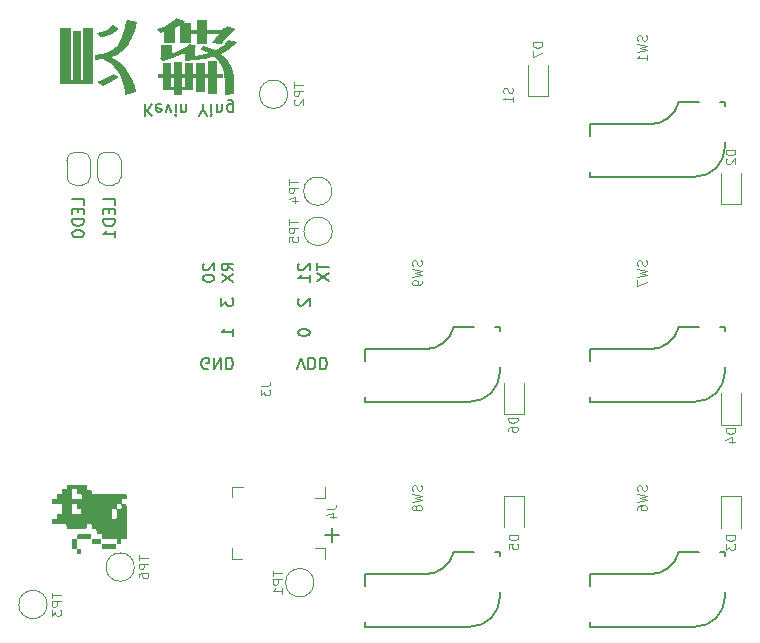
<source format=gbr>
%TF.GenerationSoftware,KiCad,Pcbnew,9.0.2*%
%TF.CreationDate,2025-08-07T13:19:16-06:00*%
%TF.ProjectId,macro devboard ESP32,6d616372-6f20-4646-9576-626f61726420,rev?*%
%TF.SameCoordinates,Original*%
%TF.FileFunction,Legend,Bot*%
%TF.FilePolarity,Positive*%
%FSLAX46Y46*%
G04 Gerber Fmt 4.6, Leading zero omitted, Abs format (unit mm)*
G04 Created by KiCad (PCBNEW 9.0.2) date 2025-08-07 13:19:16*
%MOMM*%
%LPD*%
G01*
G04 APERTURE LIST*
%ADD10C,0.600000*%
%ADD11C,0.200000*%
%ADD12C,0.120000*%
%ADD13C,0.150000*%
%ADD14C,0.000000*%
G04 APERTURE END LIST*
D10*
G36*
X198108389Y-46628897D02*
G01*
X198108389Y-46208799D01*
X198109634Y-46208649D01*
X198619467Y-46131863D01*
X198633511Y-46082709D01*
X198724492Y-46110797D01*
X198981551Y-46040599D01*
X199223872Y-45949726D01*
X199413299Y-45856005D01*
X199592696Y-45743064D01*
X199748083Y-45620931D01*
X199895121Y-45479033D01*
X200029701Y-45320961D01*
X200156477Y-45141069D01*
X200388565Y-44705230D01*
X200595866Y-44138887D01*
X200778131Y-43398761D01*
X200817348Y-43191789D01*
X201301876Y-43327036D01*
X201699370Y-43401838D01*
X201598183Y-43799940D01*
X201485477Y-44163150D01*
X201367451Y-44478438D01*
X201239207Y-44765044D01*
X201105999Y-45015594D01*
X200963512Y-45242173D01*
X200815023Y-45442180D01*
X200657833Y-45621687D01*
X200317447Y-45924408D01*
X199932475Y-46165647D01*
X199486045Y-46356057D01*
X199424553Y-46376716D01*
X199686762Y-46509032D01*
X199931218Y-46654422D01*
X200153889Y-46809507D01*
X200360266Y-46977052D01*
X200549369Y-47155637D01*
X200723146Y-47346412D01*
X201028094Y-47767456D01*
X201280129Y-48248307D01*
X201481125Y-48800309D01*
X201615411Y-49358921D01*
X200984688Y-49503159D01*
X200684541Y-49603775D01*
X200639663Y-49242412D01*
X200576691Y-48900136D01*
X200500622Y-48595562D01*
X200408016Y-48308215D01*
X200304624Y-48051613D01*
X200185910Y-47810791D01*
X200057465Y-47594772D01*
X199914548Y-47393504D01*
X199761630Y-47212167D01*
X199594702Y-47044974D01*
X199416183Y-46894040D01*
X199223709Y-46757070D01*
X198808450Y-46530894D01*
X198108389Y-46628897D01*
G37*
G36*
X199655362Y-43660736D02*
G01*
X200166441Y-43996875D01*
X199819387Y-44233714D01*
X199343120Y-44468090D01*
X198747623Y-44679851D01*
X198640533Y-44710675D01*
X198318438Y-44367819D01*
X198588788Y-44278870D01*
X198853062Y-44171285D01*
X199099892Y-44049642D01*
X199329400Y-43913409D01*
X199655362Y-43660736D01*
G37*
G36*
X197980467Y-43884829D02*
G01*
X197980467Y-48679926D01*
X195166789Y-48679926D01*
X195166789Y-43884829D01*
X196062855Y-43884829D01*
X196062855Y-48294633D01*
X196239626Y-48294633D01*
X196239626Y-44199902D01*
X196925338Y-44199902D01*
X196925338Y-48294633D01*
X197084706Y-48294633D01*
X197084706Y-43884829D01*
X197980467Y-43884829D01*
G37*
G36*
X199646509Y-47776838D02*
G01*
X200108738Y-48070846D01*
X199497181Y-48437983D01*
X198778531Y-48798689D01*
X198274474Y-48455833D01*
X198847769Y-48212925D01*
X199529375Y-47849445D01*
X199646509Y-47776838D01*
G37*
G36*
X208412262Y-47783860D02*
G01*
X208920898Y-47783860D01*
X208920898Y-48112672D01*
X208412262Y-48112672D01*
X208412262Y-49463640D01*
X207670069Y-49463640D01*
X207670069Y-48112672D01*
X207415751Y-48112672D01*
X207415751Y-49295724D01*
X206673558Y-49295724D01*
X206673558Y-48112672D01*
X206420462Y-48112672D01*
X206420462Y-49169633D01*
X205499361Y-49169633D01*
X205499361Y-49610797D01*
X204778234Y-49610797D01*
X204778234Y-49169633D01*
X203859881Y-49169633D01*
X203859881Y-48861887D01*
X204532159Y-48861887D01*
X204778234Y-48861887D01*
X205499361Y-48861887D01*
X205755205Y-48861887D01*
X205755205Y-48112672D01*
X205499361Y-48112672D01*
X205499361Y-48861887D01*
X204778234Y-48861887D01*
X204778234Y-48112672D01*
X204532159Y-48112672D01*
X204532159Y-48861887D01*
X203859881Y-48861887D01*
X203859881Y-48112672D01*
X203440088Y-48112672D01*
X203440088Y-47783860D01*
X203859881Y-47783860D01*
X203859881Y-46887794D01*
X204532159Y-46887794D01*
X204532159Y-47783860D01*
X204778234Y-47783860D01*
X204778234Y-46747660D01*
X205499361Y-46747660D01*
X205499361Y-47783860D01*
X205755205Y-47783860D01*
X205755205Y-46887794D01*
X206420462Y-46887794D01*
X206420462Y-47783860D01*
X206673558Y-47783860D01*
X206673558Y-46873750D01*
X207415751Y-46873750D01*
X207415751Y-47783860D01*
X207670069Y-47783860D01*
X207670069Y-46684767D01*
X208412262Y-46684767D01*
X208412262Y-47783860D01*
G37*
G36*
X209806302Y-45024127D02*
G01*
X210128679Y-45102684D01*
X209958168Y-45293245D01*
X209770225Y-45472582D01*
X209571013Y-45634908D01*
X209353568Y-45786089D01*
X209119874Y-45924203D01*
X208866518Y-46050808D01*
X208762751Y-46096753D01*
X208952676Y-46246107D01*
X209121751Y-46403397D01*
X209402047Y-46741259D01*
X209615049Y-47115842D01*
X209767639Y-47536879D01*
X209862301Y-48019316D01*
X209897447Y-48586355D01*
X209897564Y-48623750D01*
X209897564Y-49456618D01*
X209232382Y-49554577D01*
X209086067Y-49589731D01*
X209099806Y-48637794D01*
X209086358Y-48280791D01*
X209048284Y-47931479D01*
X208997149Y-47661798D01*
X208924718Y-47400449D01*
X208842262Y-47180759D01*
X208740007Y-46969587D01*
X208627908Y-46785070D01*
X208496601Y-46609285D01*
X208355374Y-46453573D01*
X208195191Y-46306802D01*
X207425581Y-46493923D01*
X206504378Y-46633335D01*
X205753068Y-46698811D01*
X205717958Y-46495785D01*
X205724980Y-46439914D01*
X205724980Y-45998750D01*
X204847320Y-46389620D01*
X203909035Y-46740943D01*
X203573506Y-46509829D01*
X203678531Y-46383738D01*
X203678531Y-45354865D01*
X204602379Y-45354865D01*
X204602379Y-46075687D01*
X205438619Y-45700554D01*
X205548820Y-45641851D01*
X205808198Y-45495807D01*
X206003519Y-45348910D01*
X206060814Y-45270907D01*
X206455799Y-45389804D01*
X206687602Y-45445846D01*
X206569976Y-45477947D01*
X206536782Y-45494694D01*
X206536782Y-46299780D01*
X206984736Y-46220059D01*
X207402065Y-46122169D01*
X207761355Y-46012794D01*
X207323481Y-45817566D01*
X206995654Y-45711765D01*
X207233790Y-45424780D01*
X207562619Y-45519149D01*
X207864479Y-45624811D01*
X208286172Y-45809767D01*
X208525983Y-45687411D01*
X208744956Y-45553298D01*
X208933552Y-45414889D01*
X209101429Y-45266764D01*
X209240922Y-45117511D01*
X209360218Y-44960341D01*
X209407857Y-44885919D01*
X209806302Y-45024127D01*
G37*
G36*
X205431722Y-43231265D02*
G01*
X205783293Y-43324902D01*
X205779653Y-43327901D01*
X205540272Y-43506863D01*
X206204612Y-43506863D01*
X206204612Y-44080833D01*
X206732177Y-44080833D01*
X206732177Y-43233921D01*
X207635265Y-43233921D01*
X207635265Y-44080833D01*
X208506906Y-44080833D01*
X208751248Y-44046444D01*
X209007680Y-43942527D01*
X209251562Y-43781158D01*
X209302833Y-43737978D01*
X209701421Y-43883611D01*
X210009610Y-43968787D01*
X209857535Y-44071801D01*
X209619435Y-44300682D01*
X208946201Y-45079519D01*
X208771910Y-45291667D01*
X208004987Y-45165882D01*
X208611625Y-44430711D01*
X207635265Y-44430711D01*
X207635265Y-45242819D01*
X206732177Y-45242819D01*
X206732177Y-44430711D01*
X206204612Y-44430711D01*
X206204612Y-45165882D01*
X205336634Y-45165882D01*
X205336634Y-43639975D01*
X204867688Y-43884829D01*
X204867688Y-45207709D01*
X203957578Y-45207709D01*
X203957578Y-44241728D01*
X203650816Y-44337243D01*
X203593961Y-44353775D01*
X203356130Y-43996875D01*
X203914142Y-43785040D01*
X204179048Y-43653461D01*
X204429288Y-43506680D01*
X204649337Y-43354716D01*
X204848742Y-43191728D01*
X204966301Y-43079743D01*
X205431722Y-43231265D01*
G37*
D11*
X207322513Y-63854136D02*
X207274894Y-63901755D01*
X207274894Y-63901755D02*
X207227275Y-63996993D01*
X207227275Y-63996993D02*
X207227275Y-64235088D01*
X207227275Y-64235088D02*
X207274894Y-64330326D01*
X207274894Y-64330326D02*
X207322513Y-64377945D01*
X207322513Y-64377945D02*
X207417751Y-64425564D01*
X207417751Y-64425564D02*
X207512989Y-64425564D01*
X207512989Y-64425564D02*
X207655846Y-64377945D01*
X207655846Y-64377945D02*
X208227275Y-63806517D01*
X208227275Y-63806517D02*
X208227275Y-64425564D01*
X207227275Y-65044612D02*
X207227275Y-65139850D01*
X207227275Y-65139850D02*
X207274894Y-65235088D01*
X207274894Y-65235088D02*
X207322513Y-65282707D01*
X207322513Y-65282707D02*
X207417751Y-65330326D01*
X207417751Y-65330326D02*
X207608227Y-65377945D01*
X207608227Y-65377945D02*
X207846322Y-65377945D01*
X207846322Y-65377945D02*
X208036798Y-65330326D01*
X208036798Y-65330326D02*
X208132036Y-65282707D01*
X208132036Y-65282707D02*
X208179656Y-65235088D01*
X208179656Y-65235088D02*
X208227275Y-65139850D01*
X208227275Y-65139850D02*
X208227275Y-65044612D01*
X208227275Y-65044612D02*
X208179656Y-64949374D01*
X208179656Y-64949374D02*
X208132036Y-64901755D01*
X208132036Y-64901755D02*
X208036798Y-64854136D01*
X208036798Y-64854136D02*
X207846322Y-64806517D01*
X207846322Y-64806517D02*
X207608227Y-64806517D01*
X207608227Y-64806517D02*
X207417751Y-64854136D01*
X207417751Y-64854136D02*
X207322513Y-64901755D01*
X207322513Y-64901755D02*
X207274894Y-64949374D01*
X207274894Y-64949374D02*
X207227275Y-65044612D01*
X209837219Y-64425564D02*
X209361028Y-64092231D01*
X209837219Y-63854136D02*
X208837219Y-63854136D01*
X208837219Y-63854136D02*
X208837219Y-64235088D01*
X208837219Y-64235088D02*
X208884838Y-64330326D01*
X208884838Y-64330326D02*
X208932457Y-64377945D01*
X208932457Y-64377945D02*
X209027695Y-64425564D01*
X209027695Y-64425564D02*
X209170552Y-64425564D01*
X209170552Y-64425564D02*
X209265790Y-64377945D01*
X209265790Y-64377945D02*
X209313409Y-64330326D01*
X209313409Y-64330326D02*
X209361028Y-64235088D01*
X209361028Y-64235088D02*
X209361028Y-63854136D01*
X208837219Y-64758898D02*
X209837219Y-65425564D01*
X208837219Y-65425564D02*
X209837219Y-64758898D01*
X217608720Y-86834600D02*
X218751578Y-86834600D01*
X218180149Y-87406028D02*
X218180149Y-86263171D01*
X215186517Y-72812780D02*
X215519850Y-71812780D01*
X215519850Y-71812780D02*
X215853183Y-72812780D01*
X216186517Y-71812780D02*
X216186517Y-72812780D01*
X216186517Y-72812780D02*
X216424612Y-72812780D01*
X216424612Y-72812780D02*
X216567469Y-72765161D01*
X216567469Y-72765161D02*
X216662707Y-72669923D01*
X216662707Y-72669923D02*
X216710326Y-72574685D01*
X216710326Y-72574685D02*
X216757945Y-72384209D01*
X216757945Y-72384209D02*
X216757945Y-72241352D01*
X216757945Y-72241352D02*
X216710326Y-72050876D01*
X216710326Y-72050876D02*
X216662707Y-71955638D01*
X216662707Y-71955638D02*
X216567469Y-71860400D01*
X216567469Y-71860400D02*
X216424612Y-71812780D01*
X216424612Y-71812780D02*
X216186517Y-71812780D01*
X217186517Y-71812780D02*
X217186517Y-72812780D01*
X217186517Y-72812780D02*
X217424612Y-72812780D01*
X217424612Y-72812780D02*
X217567469Y-72765161D01*
X217567469Y-72765161D02*
X217662707Y-72669923D01*
X217662707Y-72669923D02*
X217710326Y-72574685D01*
X217710326Y-72574685D02*
X217757945Y-72384209D01*
X217757945Y-72384209D02*
X217757945Y-72241352D01*
X217757945Y-72241352D02*
X217710326Y-72050876D01*
X217710326Y-72050876D02*
X217662707Y-71955638D01*
X217662707Y-71955638D02*
X217567469Y-71860400D01*
X217567469Y-71860400D02*
X217424612Y-71812780D01*
X217424612Y-71812780D02*
X217186517Y-71812780D01*
X202331755Y-50322780D02*
X202331755Y-51322780D01*
X202903183Y-50322780D02*
X202474612Y-50894209D01*
X202903183Y-51322780D02*
X202331755Y-50751352D01*
X203712707Y-50370400D02*
X203617469Y-50322780D01*
X203617469Y-50322780D02*
X203426993Y-50322780D01*
X203426993Y-50322780D02*
X203331755Y-50370400D01*
X203331755Y-50370400D02*
X203284136Y-50465638D01*
X203284136Y-50465638D02*
X203284136Y-50846590D01*
X203284136Y-50846590D02*
X203331755Y-50941828D01*
X203331755Y-50941828D02*
X203426993Y-50989447D01*
X203426993Y-50989447D02*
X203617469Y-50989447D01*
X203617469Y-50989447D02*
X203712707Y-50941828D01*
X203712707Y-50941828D02*
X203760326Y-50846590D01*
X203760326Y-50846590D02*
X203760326Y-50751352D01*
X203760326Y-50751352D02*
X203284136Y-50656114D01*
X204093660Y-50989447D02*
X204331755Y-50322780D01*
X204331755Y-50322780D02*
X204569850Y-50989447D01*
X204950803Y-50322780D02*
X204950803Y-50989447D01*
X204950803Y-51322780D02*
X204903184Y-51275161D01*
X204903184Y-51275161D02*
X204950803Y-51227542D01*
X204950803Y-51227542D02*
X204998422Y-51275161D01*
X204998422Y-51275161D02*
X204950803Y-51322780D01*
X204950803Y-51322780D02*
X204950803Y-51227542D01*
X205426993Y-50989447D02*
X205426993Y-50322780D01*
X205426993Y-50894209D02*
X205474612Y-50941828D01*
X205474612Y-50941828D02*
X205569850Y-50989447D01*
X205569850Y-50989447D02*
X205712707Y-50989447D01*
X205712707Y-50989447D02*
X205807945Y-50941828D01*
X205807945Y-50941828D02*
X205855564Y-50846590D01*
X205855564Y-50846590D02*
X205855564Y-50322780D01*
X207284136Y-50798971D02*
X207284136Y-50322780D01*
X206950803Y-51322780D02*
X207284136Y-50798971D01*
X207284136Y-50798971D02*
X207617469Y-51322780D01*
X207950803Y-50322780D02*
X207950803Y-50989447D01*
X207950803Y-51322780D02*
X207903184Y-51275161D01*
X207903184Y-51275161D02*
X207950803Y-51227542D01*
X207950803Y-51227542D02*
X207998422Y-51275161D01*
X207998422Y-51275161D02*
X207950803Y-51322780D01*
X207950803Y-51322780D02*
X207950803Y-51227542D01*
X208426993Y-50989447D02*
X208426993Y-50322780D01*
X208426993Y-50894209D02*
X208474612Y-50941828D01*
X208474612Y-50941828D02*
X208569850Y-50989447D01*
X208569850Y-50989447D02*
X208712707Y-50989447D01*
X208712707Y-50989447D02*
X208807945Y-50941828D01*
X208807945Y-50941828D02*
X208855564Y-50846590D01*
X208855564Y-50846590D02*
X208855564Y-50322780D01*
X209760326Y-50989447D02*
X209760326Y-50179923D01*
X209760326Y-50179923D02*
X209712707Y-50084685D01*
X209712707Y-50084685D02*
X209665088Y-50037066D01*
X209665088Y-50037066D02*
X209569850Y-49989447D01*
X209569850Y-49989447D02*
X209426993Y-49989447D01*
X209426993Y-49989447D02*
X209331755Y-50037066D01*
X209760326Y-50370400D02*
X209665088Y-50322780D01*
X209665088Y-50322780D02*
X209474612Y-50322780D01*
X209474612Y-50322780D02*
X209379374Y-50370400D01*
X209379374Y-50370400D02*
X209331755Y-50418019D01*
X209331755Y-50418019D02*
X209284136Y-50513257D01*
X209284136Y-50513257D02*
X209284136Y-50798971D01*
X209284136Y-50798971D02*
X209331755Y-50894209D01*
X209331755Y-50894209D02*
X209379374Y-50941828D01*
X209379374Y-50941828D02*
X209474612Y-50989447D01*
X209474612Y-50989447D02*
X209665088Y-50989447D01*
X209665088Y-50989447D02*
X209760326Y-50941828D01*
X215382457Y-66836517D02*
X215334838Y-66884136D01*
X215334838Y-66884136D02*
X215287219Y-66979374D01*
X215287219Y-66979374D02*
X215287219Y-67217469D01*
X215287219Y-67217469D02*
X215334838Y-67312707D01*
X215334838Y-67312707D02*
X215382457Y-67360326D01*
X215382457Y-67360326D02*
X215477695Y-67407945D01*
X215477695Y-67407945D02*
X215572933Y-67407945D01*
X215572933Y-67407945D02*
X215715790Y-67360326D01*
X215715790Y-67360326D02*
X216287219Y-66788898D01*
X216287219Y-66788898D02*
X216287219Y-67407945D01*
X216907219Y-63819374D02*
X216907219Y-64390802D01*
X217907219Y-64105088D02*
X216907219Y-64105088D01*
X216907219Y-64628898D02*
X217907219Y-65295564D01*
X216907219Y-65295564D02*
X217907219Y-64628898D01*
X215297219Y-69654612D02*
X215297219Y-69749850D01*
X215297219Y-69749850D02*
X215344838Y-69845088D01*
X215344838Y-69845088D02*
X215392457Y-69892707D01*
X215392457Y-69892707D02*
X215487695Y-69940326D01*
X215487695Y-69940326D02*
X215678171Y-69987945D01*
X215678171Y-69987945D02*
X215916266Y-69987945D01*
X215916266Y-69987945D02*
X216106742Y-69940326D01*
X216106742Y-69940326D02*
X216201980Y-69892707D01*
X216201980Y-69892707D02*
X216249600Y-69845088D01*
X216249600Y-69845088D02*
X216297219Y-69749850D01*
X216297219Y-69749850D02*
X216297219Y-69654612D01*
X216297219Y-69654612D02*
X216249600Y-69559374D01*
X216249600Y-69559374D02*
X216201980Y-69511755D01*
X216201980Y-69511755D02*
X216106742Y-69464136D01*
X216106742Y-69464136D02*
X215916266Y-69416517D01*
X215916266Y-69416517D02*
X215678171Y-69416517D01*
X215678171Y-69416517D02*
X215487695Y-69464136D01*
X215487695Y-69464136D02*
X215392457Y-69511755D01*
X215392457Y-69511755D02*
X215344838Y-69559374D01*
X215344838Y-69559374D02*
X215297219Y-69654612D01*
X215382457Y-63864136D02*
X215334838Y-63911755D01*
X215334838Y-63911755D02*
X215287219Y-64006993D01*
X215287219Y-64006993D02*
X215287219Y-64245088D01*
X215287219Y-64245088D02*
X215334838Y-64340326D01*
X215334838Y-64340326D02*
X215382457Y-64387945D01*
X215382457Y-64387945D02*
X215477695Y-64435564D01*
X215477695Y-64435564D02*
X215572933Y-64435564D01*
X215572933Y-64435564D02*
X215715790Y-64387945D01*
X215715790Y-64387945D02*
X216287219Y-63816517D01*
X216287219Y-63816517D02*
X216287219Y-64435564D01*
X216287219Y-65387945D02*
X216287219Y-64816517D01*
X216287219Y-65102231D02*
X215287219Y-65102231D01*
X215287219Y-65102231D02*
X215430076Y-65006993D01*
X215430076Y-65006993D02*
X215525314Y-64911755D01*
X215525314Y-64911755D02*
X215572933Y-64816517D01*
X209837219Y-69967945D02*
X209837219Y-69396517D01*
X209837219Y-69682231D02*
X208837219Y-69682231D01*
X208837219Y-69682231D02*
X208980076Y-69586993D01*
X208980076Y-69586993D02*
X209075314Y-69491755D01*
X209075314Y-69491755D02*
X209122933Y-69396517D01*
X207692707Y-72765161D02*
X207597469Y-72812780D01*
X207597469Y-72812780D02*
X207454612Y-72812780D01*
X207454612Y-72812780D02*
X207311755Y-72765161D01*
X207311755Y-72765161D02*
X207216517Y-72669923D01*
X207216517Y-72669923D02*
X207168898Y-72574685D01*
X207168898Y-72574685D02*
X207121279Y-72384209D01*
X207121279Y-72384209D02*
X207121279Y-72241352D01*
X207121279Y-72241352D02*
X207168898Y-72050876D01*
X207168898Y-72050876D02*
X207216517Y-71955638D01*
X207216517Y-71955638D02*
X207311755Y-71860400D01*
X207311755Y-71860400D02*
X207454612Y-71812780D01*
X207454612Y-71812780D02*
X207549850Y-71812780D01*
X207549850Y-71812780D02*
X207692707Y-71860400D01*
X207692707Y-71860400D02*
X207740326Y-71908019D01*
X207740326Y-71908019D02*
X207740326Y-72241352D01*
X207740326Y-72241352D02*
X207549850Y-72241352D01*
X208168898Y-71812780D02*
X208168898Y-72812780D01*
X208168898Y-72812780D02*
X208740326Y-71812780D01*
X208740326Y-71812780D02*
X208740326Y-72812780D01*
X209216517Y-71812780D02*
X209216517Y-72812780D01*
X209216517Y-72812780D02*
X209454612Y-72812780D01*
X209454612Y-72812780D02*
X209597469Y-72765161D01*
X209597469Y-72765161D02*
X209692707Y-72669923D01*
X209692707Y-72669923D02*
X209740326Y-72574685D01*
X209740326Y-72574685D02*
X209787945Y-72384209D01*
X209787945Y-72384209D02*
X209787945Y-72241352D01*
X209787945Y-72241352D02*
X209740326Y-72050876D01*
X209740326Y-72050876D02*
X209692707Y-71955638D01*
X209692707Y-71955638D02*
X209597469Y-71860400D01*
X209597469Y-71860400D02*
X209454612Y-71812780D01*
X209454612Y-71812780D02*
X209216517Y-71812780D01*
X208817219Y-66808898D02*
X208817219Y-67427945D01*
X208817219Y-67427945D02*
X209198171Y-67094612D01*
X209198171Y-67094612D02*
X209198171Y-67237469D01*
X209198171Y-67237469D02*
X209245790Y-67332707D01*
X209245790Y-67332707D02*
X209293409Y-67380326D01*
X209293409Y-67380326D02*
X209388647Y-67427945D01*
X209388647Y-67427945D02*
X209626742Y-67427945D01*
X209626742Y-67427945D02*
X209721980Y-67380326D01*
X209721980Y-67380326D02*
X209769600Y-67332707D01*
X209769600Y-67332707D02*
X209817219Y-67237469D01*
X209817219Y-67237469D02*
X209817219Y-66951755D01*
X209817219Y-66951755D02*
X209769600Y-66856517D01*
X209769600Y-66856517D02*
X209721980Y-66808898D01*
D12*
X244775760Y-82623332D02*
X244813855Y-82737618D01*
X244813855Y-82737618D02*
X244813855Y-82928094D01*
X244813855Y-82928094D02*
X244775760Y-83004285D01*
X244775760Y-83004285D02*
X244737664Y-83042380D01*
X244737664Y-83042380D02*
X244661474Y-83080475D01*
X244661474Y-83080475D02*
X244585283Y-83080475D01*
X244585283Y-83080475D02*
X244509093Y-83042380D01*
X244509093Y-83042380D02*
X244470998Y-83004285D01*
X244470998Y-83004285D02*
X244432902Y-82928094D01*
X244432902Y-82928094D02*
X244394807Y-82775713D01*
X244394807Y-82775713D02*
X244356712Y-82699523D01*
X244356712Y-82699523D02*
X244318617Y-82661428D01*
X244318617Y-82661428D02*
X244242426Y-82623332D01*
X244242426Y-82623332D02*
X244166236Y-82623332D01*
X244166236Y-82623332D02*
X244090045Y-82661428D01*
X244090045Y-82661428D02*
X244051950Y-82699523D01*
X244051950Y-82699523D02*
X244013855Y-82775713D01*
X244013855Y-82775713D02*
X244013855Y-82966190D01*
X244013855Y-82966190D02*
X244051950Y-83080475D01*
X244013855Y-83347142D02*
X244813855Y-83537618D01*
X244813855Y-83537618D02*
X244242426Y-83689999D01*
X244242426Y-83689999D02*
X244813855Y-83842380D01*
X244813855Y-83842380D02*
X244013855Y-84032857D01*
X244013855Y-84680476D02*
X244013855Y-84528095D01*
X244013855Y-84528095D02*
X244051950Y-84451904D01*
X244051950Y-84451904D02*
X244090045Y-84413809D01*
X244090045Y-84413809D02*
X244204331Y-84337619D01*
X244204331Y-84337619D02*
X244356712Y-84299523D01*
X244356712Y-84299523D02*
X244661474Y-84299523D01*
X244661474Y-84299523D02*
X244737664Y-84337619D01*
X244737664Y-84337619D02*
X244775760Y-84375714D01*
X244775760Y-84375714D02*
X244813855Y-84451904D01*
X244813855Y-84451904D02*
X244813855Y-84604285D01*
X244813855Y-84604285D02*
X244775760Y-84680476D01*
X244775760Y-84680476D02*
X244737664Y-84718571D01*
X244737664Y-84718571D02*
X244661474Y-84756666D01*
X244661474Y-84756666D02*
X244470998Y-84756666D01*
X244470998Y-84756666D02*
X244394807Y-84718571D01*
X244394807Y-84718571D02*
X244356712Y-84680476D01*
X244356712Y-84680476D02*
X244318617Y-84604285D01*
X244318617Y-84604285D02*
X244318617Y-84451904D01*
X244318617Y-84451904D02*
X244356712Y-84375714D01*
X244356712Y-84375714D02*
X244394807Y-84337619D01*
X244394807Y-84337619D02*
X244470998Y-84299523D01*
X233435760Y-48970475D02*
X233473855Y-49084761D01*
X233473855Y-49084761D02*
X233473855Y-49275237D01*
X233473855Y-49275237D02*
X233435760Y-49351428D01*
X233435760Y-49351428D02*
X233397664Y-49389523D01*
X233397664Y-49389523D02*
X233321474Y-49427618D01*
X233321474Y-49427618D02*
X233245283Y-49427618D01*
X233245283Y-49427618D02*
X233169093Y-49389523D01*
X233169093Y-49389523D02*
X233130998Y-49351428D01*
X233130998Y-49351428D02*
X233092902Y-49275237D01*
X233092902Y-49275237D02*
X233054807Y-49122856D01*
X233054807Y-49122856D02*
X233016712Y-49046666D01*
X233016712Y-49046666D02*
X232978617Y-49008571D01*
X232978617Y-49008571D02*
X232902426Y-48970475D01*
X232902426Y-48970475D02*
X232826236Y-48970475D01*
X232826236Y-48970475D02*
X232750045Y-49008571D01*
X232750045Y-49008571D02*
X232711950Y-49046666D01*
X232711950Y-49046666D02*
X232673855Y-49122856D01*
X232673855Y-49122856D02*
X232673855Y-49313333D01*
X232673855Y-49313333D02*
X232711950Y-49427618D01*
X233473855Y-50189523D02*
X233473855Y-49732380D01*
X233473855Y-49960952D02*
X232673855Y-49960952D01*
X232673855Y-49960952D02*
X232788140Y-49884761D01*
X232788140Y-49884761D02*
X232864331Y-49808571D01*
X232864331Y-49808571D02*
X232902426Y-49732380D01*
X225725760Y-63573332D02*
X225763855Y-63687618D01*
X225763855Y-63687618D02*
X225763855Y-63878094D01*
X225763855Y-63878094D02*
X225725760Y-63954285D01*
X225725760Y-63954285D02*
X225687664Y-63992380D01*
X225687664Y-63992380D02*
X225611474Y-64030475D01*
X225611474Y-64030475D02*
X225535283Y-64030475D01*
X225535283Y-64030475D02*
X225459093Y-63992380D01*
X225459093Y-63992380D02*
X225420998Y-63954285D01*
X225420998Y-63954285D02*
X225382902Y-63878094D01*
X225382902Y-63878094D02*
X225344807Y-63725713D01*
X225344807Y-63725713D02*
X225306712Y-63649523D01*
X225306712Y-63649523D02*
X225268617Y-63611428D01*
X225268617Y-63611428D02*
X225192426Y-63573332D01*
X225192426Y-63573332D02*
X225116236Y-63573332D01*
X225116236Y-63573332D02*
X225040045Y-63611428D01*
X225040045Y-63611428D02*
X225001950Y-63649523D01*
X225001950Y-63649523D02*
X224963855Y-63725713D01*
X224963855Y-63725713D02*
X224963855Y-63916190D01*
X224963855Y-63916190D02*
X225001950Y-64030475D01*
X224963855Y-64297142D02*
X225763855Y-64487618D01*
X225763855Y-64487618D02*
X225192426Y-64639999D01*
X225192426Y-64639999D02*
X225763855Y-64792380D01*
X225763855Y-64792380D02*
X224963855Y-64982857D01*
X225763855Y-65325714D02*
X225763855Y-65478095D01*
X225763855Y-65478095D02*
X225725760Y-65554285D01*
X225725760Y-65554285D02*
X225687664Y-65592381D01*
X225687664Y-65592381D02*
X225573379Y-65668571D01*
X225573379Y-65668571D02*
X225420998Y-65706666D01*
X225420998Y-65706666D02*
X225116236Y-65706666D01*
X225116236Y-65706666D02*
X225040045Y-65668571D01*
X225040045Y-65668571D02*
X225001950Y-65630476D01*
X225001950Y-65630476D02*
X224963855Y-65554285D01*
X224963855Y-65554285D02*
X224963855Y-65401904D01*
X224963855Y-65401904D02*
X225001950Y-65325714D01*
X225001950Y-65325714D02*
X225040045Y-65287619D01*
X225040045Y-65287619D02*
X225116236Y-65249523D01*
X225116236Y-65249523D02*
X225306712Y-65249523D01*
X225306712Y-65249523D02*
X225382902Y-65287619D01*
X225382902Y-65287619D02*
X225420998Y-65325714D01*
X225420998Y-65325714D02*
X225459093Y-65401904D01*
X225459093Y-65401904D02*
X225459093Y-65554285D01*
X225459093Y-65554285D02*
X225420998Y-65630476D01*
X225420998Y-65630476D02*
X225382902Y-65668571D01*
X225382902Y-65668571D02*
X225306712Y-65706666D01*
X244775760Y-63573332D02*
X244813855Y-63687618D01*
X244813855Y-63687618D02*
X244813855Y-63878094D01*
X244813855Y-63878094D02*
X244775760Y-63954285D01*
X244775760Y-63954285D02*
X244737664Y-63992380D01*
X244737664Y-63992380D02*
X244661474Y-64030475D01*
X244661474Y-64030475D02*
X244585283Y-64030475D01*
X244585283Y-64030475D02*
X244509093Y-63992380D01*
X244509093Y-63992380D02*
X244470998Y-63954285D01*
X244470998Y-63954285D02*
X244432902Y-63878094D01*
X244432902Y-63878094D02*
X244394807Y-63725713D01*
X244394807Y-63725713D02*
X244356712Y-63649523D01*
X244356712Y-63649523D02*
X244318617Y-63611428D01*
X244318617Y-63611428D02*
X244242426Y-63573332D01*
X244242426Y-63573332D02*
X244166236Y-63573332D01*
X244166236Y-63573332D02*
X244090045Y-63611428D01*
X244090045Y-63611428D02*
X244051950Y-63649523D01*
X244051950Y-63649523D02*
X244013855Y-63725713D01*
X244013855Y-63725713D02*
X244013855Y-63916190D01*
X244013855Y-63916190D02*
X244051950Y-64030475D01*
X244013855Y-64297142D02*
X244813855Y-64487618D01*
X244813855Y-64487618D02*
X244242426Y-64639999D01*
X244242426Y-64639999D02*
X244813855Y-64792380D01*
X244813855Y-64792380D02*
X244013855Y-64982857D01*
X244013855Y-65211428D02*
X244013855Y-65744762D01*
X244013855Y-65744762D02*
X244813855Y-65401904D01*
X225725760Y-82623332D02*
X225763855Y-82737618D01*
X225763855Y-82737618D02*
X225763855Y-82928094D01*
X225763855Y-82928094D02*
X225725760Y-83004285D01*
X225725760Y-83004285D02*
X225687664Y-83042380D01*
X225687664Y-83042380D02*
X225611474Y-83080475D01*
X225611474Y-83080475D02*
X225535283Y-83080475D01*
X225535283Y-83080475D02*
X225459093Y-83042380D01*
X225459093Y-83042380D02*
X225420998Y-83004285D01*
X225420998Y-83004285D02*
X225382902Y-82928094D01*
X225382902Y-82928094D02*
X225344807Y-82775713D01*
X225344807Y-82775713D02*
X225306712Y-82699523D01*
X225306712Y-82699523D02*
X225268617Y-82661428D01*
X225268617Y-82661428D02*
X225192426Y-82623332D01*
X225192426Y-82623332D02*
X225116236Y-82623332D01*
X225116236Y-82623332D02*
X225040045Y-82661428D01*
X225040045Y-82661428D02*
X225001950Y-82699523D01*
X225001950Y-82699523D02*
X224963855Y-82775713D01*
X224963855Y-82775713D02*
X224963855Y-82966190D01*
X224963855Y-82966190D02*
X225001950Y-83080475D01*
X224963855Y-83347142D02*
X225763855Y-83537618D01*
X225763855Y-83537618D02*
X225192426Y-83689999D01*
X225192426Y-83689999D02*
X225763855Y-83842380D01*
X225763855Y-83842380D02*
X224963855Y-84032857D01*
X225306712Y-84451904D02*
X225268617Y-84375714D01*
X225268617Y-84375714D02*
X225230521Y-84337619D01*
X225230521Y-84337619D02*
X225154331Y-84299523D01*
X225154331Y-84299523D02*
X225116236Y-84299523D01*
X225116236Y-84299523D02*
X225040045Y-84337619D01*
X225040045Y-84337619D02*
X225001950Y-84375714D01*
X225001950Y-84375714D02*
X224963855Y-84451904D01*
X224963855Y-84451904D02*
X224963855Y-84604285D01*
X224963855Y-84604285D02*
X225001950Y-84680476D01*
X225001950Y-84680476D02*
X225040045Y-84718571D01*
X225040045Y-84718571D02*
X225116236Y-84756666D01*
X225116236Y-84756666D02*
X225154331Y-84756666D01*
X225154331Y-84756666D02*
X225230521Y-84718571D01*
X225230521Y-84718571D02*
X225268617Y-84680476D01*
X225268617Y-84680476D02*
X225306712Y-84604285D01*
X225306712Y-84604285D02*
X225306712Y-84451904D01*
X225306712Y-84451904D02*
X225344807Y-84375714D01*
X225344807Y-84375714D02*
X225382902Y-84337619D01*
X225382902Y-84337619D02*
X225459093Y-84299523D01*
X225459093Y-84299523D02*
X225611474Y-84299523D01*
X225611474Y-84299523D02*
X225687664Y-84337619D01*
X225687664Y-84337619D02*
X225725760Y-84375714D01*
X225725760Y-84375714D02*
X225763855Y-84451904D01*
X225763855Y-84451904D02*
X225763855Y-84604285D01*
X225763855Y-84604285D02*
X225725760Y-84680476D01*
X225725760Y-84680476D02*
X225687664Y-84718571D01*
X225687664Y-84718571D02*
X225611474Y-84756666D01*
X225611474Y-84756666D02*
X225459093Y-84756666D01*
X225459093Y-84756666D02*
X225382902Y-84718571D01*
X225382902Y-84718571D02*
X225344807Y-84680476D01*
X225344807Y-84680476D02*
X225306712Y-84604285D01*
X244775760Y-44523332D02*
X244813855Y-44637618D01*
X244813855Y-44637618D02*
X244813855Y-44828094D01*
X244813855Y-44828094D02*
X244775760Y-44904285D01*
X244775760Y-44904285D02*
X244737664Y-44942380D01*
X244737664Y-44942380D02*
X244661474Y-44980475D01*
X244661474Y-44980475D02*
X244585283Y-44980475D01*
X244585283Y-44980475D02*
X244509093Y-44942380D01*
X244509093Y-44942380D02*
X244470998Y-44904285D01*
X244470998Y-44904285D02*
X244432902Y-44828094D01*
X244432902Y-44828094D02*
X244394807Y-44675713D01*
X244394807Y-44675713D02*
X244356712Y-44599523D01*
X244356712Y-44599523D02*
X244318617Y-44561428D01*
X244318617Y-44561428D02*
X244242426Y-44523332D01*
X244242426Y-44523332D02*
X244166236Y-44523332D01*
X244166236Y-44523332D02*
X244090045Y-44561428D01*
X244090045Y-44561428D02*
X244051950Y-44599523D01*
X244051950Y-44599523D02*
X244013855Y-44675713D01*
X244013855Y-44675713D02*
X244013855Y-44866190D01*
X244013855Y-44866190D02*
X244051950Y-44980475D01*
X244013855Y-45247142D02*
X244813855Y-45437618D01*
X244813855Y-45437618D02*
X244242426Y-45589999D01*
X244242426Y-45589999D02*
X244813855Y-45742380D01*
X244813855Y-45742380D02*
X244013855Y-45932857D01*
X244813855Y-46656666D02*
X244813855Y-46199523D01*
X244813855Y-46428095D02*
X244013855Y-46428095D01*
X244013855Y-46428095D02*
X244128140Y-46351904D01*
X244128140Y-46351904D02*
X244204331Y-46275714D01*
X244204331Y-46275714D02*
X244242426Y-46199523D01*
X252302139Y-77808102D02*
X251502139Y-77808102D01*
X251502139Y-77808102D02*
X251502139Y-77998578D01*
X251502139Y-77998578D02*
X251540234Y-78112864D01*
X251540234Y-78112864D02*
X251616424Y-78189054D01*
X251616424Y-78189054D02*
X251692615Y-78227149D01*
X251692615Y-78227149D02*
X251844996Y-78265245D01*
X251844996Y-78265245D02*
X251959282Y-78265245D01*
X251959282Y-78265245D02*
X252111663Y-78227149D01*
X252111663Y-78227149D02*
X252187853Y-78189054D01*
X252187853Y-78189054D02*
X252264044Y-78112864D01*
X252264044Y-78112864D02*
X252302139Y-77998578D01*
X252302139Y-77998578D02*
X252302139Y-77808102D01*
X251768805Y-78950959D02*
X252302139Y-78950959D01*
X251464044Y-78760483D02*
X252035472Y-78570006D01*
X252035472Y-78570006D02*
X252035472Y-79065245D01*
X233883855Y-76889524D02*
X233083855Y-76889524D01*
X233083855Y-76889524D02*
X233083855Y-77080000D01*
X233083855Y-77080000D02*
X233121950Y-77194286D01*
X233121950Y-77194286D02*
X233198140Y-77270476D01*
X233198140Y-77270476D02*
X233274331Y-77308571D01*
X233274331Y-77308571D02*
X233426712Y-77346667D01*
X233426712Y-77346667D02*
X233540998Y-77346667D01*
X233540998Y-77346667D02*
X233693379Y-77308571D01*
X233693379Y-77308571D02*
X233769569Y-77270476D01*
X233769569Y-77270476D02*
X233845760Y-77194286D01*
X233845760Y-77194286D02*
X233883855Y-77080000D01*
X233883855Y-77080000D02*
X233883855Y-76889524D01*
X233083855Y-78032381D02*
X233083855Y-77880000D01*
X233083855Y-77880000D02*
X233121950Y-77803809D01*
X233121950Y-77803809D02*
X233160045Y-77765714D01*
X233160045Y-77765714D02*
X233274331Y-77689524D01*
X233274331Y-77689524D02*
X233426712Y-77651428D01*
X233426712Y-77651428D02*
X233731474Y-77651428D01*
X233731474Y-77651428D02*
X233807664Y-77689524D01*
X233807664Y-77689524D02*
X233845760Y-77727619D01*
X233845760Y-77727619D02*
X233883855Y-77803809D01*
X233883855Y-77803809D02*
X233883855Y-77956190D01*
X233883855Y-77956190D02*
X233845760Y-78032381D01*
X233845760Y-78032381D02*
X233807664Y-78070476D01*
X233807664Y-78070476D02*
X233731474Y-78108571D01*
X233731474Y-78108571D02*
X233540998Y-78108571D01*
X233540998Y-78108571D02*
X233464807Y-78070476D01*
X233464807Y-78070476D02*
X233426712Y-78032381D01*
X233426712Y-78032381D02*
X233388617Y-77956190D01*
X233388617Y-77956190D02*
X233388617Y-77803809D01*
X233388617Y-77803809D02*
X233426712Y-77727619D01*
X233426712Y-77727619D02*
X233464807Y-77689524D01*
X233464807Y-77689524D02*
X233540998Y-77651428D01*
D13*
X199784819Y-58870952D02*
X199784819Y-58394762D01*
X199784819Y-58394762D02*
X198784819Y-58394762D01*
X199261009Y-59204286D02*
X199261009Y-59537619D01*
X199784819Y-59680476D02*
X199784819Y-59204286D01*
X199784819Y-59204286D02*
X198784819Y-59204286D01*
X198784819Y-59204286D02*
X198784819Y-59680476D01*
X199784819Y-60109048D02*
X198784819Y-60109048D01*
X198784819Y-60109048D02*
X198784819Y-60347143D01*
X198784819Y-60347143D02*
X198832438Y-60490000D01*
X198832438Y-60490000D02*
X198927676Y-60585238D01*
X198927676Y-60585238D02*
X199022914Y-60632857D01*
X199022914Y-60632857D02*
X199213390Y-60680476D01*
X199213390Y-60680476D02*
X199356247Y-60680476D01*
X199356247Y-60680476D02*
X199546723Y-60632857D01*
X199546723Y-60632857D02*
X199641961Y-60585238D01*
X199641961Y-60585238D02*
X199737200Y-60490000D01*
X199737200Y-60490000D02*
X199784819Y-60347143D01*
X199784819Y-60347143D02*
X199784819Y-60109048D01*
X199784819Y-61632857D02*
X199784819Y-61061429D01*
X199784819Y-61347143D02*
X198784819Y-61347143D01*
X198784819Y-61347143D02*
X198927676Y-61251905D01*
X198927676Y-61251905D02*
X199022914Y-61156667D01*
X199022914Y-61156667D02*
X199070533Y-61061429D01*
D12*
X214535855Y-56710476D02*
X214535855Y-57167619D01*
X215335855Y-56939047D02*
X214535855Y-56939047D01*
X215335855Y-57434286D02*
X214535855Y-57434286D01*
X214535855Y-57434286D02*
X214535855Y-57739048D01*
X214535855Y-57739048D02*
X214573950Y-57815238D01*
X214573950Y-57815238D02*
X214612045Y-57853333D01*
X214612045Y-57853333D02*
X214688236Y-57891429D01*
X214688236Y-57891429D02*
X214802521Y-57891429D01*
X214802521Y-57891429D02*
X214878712Y-57853333D01*
X214878712Y-57853333D02*
X214916807Y-57815238D01*
X214916807Y-57815238D02*
X214954902Y-57739048D01*
X214954902Y-57739048D02*
X214954902Y-57434286D01*
X214802521Y-58577143D02*
X215335855Y-58577143D01*
X214497760Y-58386667D02*
X215069188Y-58196190D01*
X215069188Y-58196190D02*
X215069188Y-58691429D01*
X212153855Y-74213333D02*
X212725283Y-74213333D01*
X212725283Y-74213333D02*
X212839569Y-74175238D01*
X212839569Y-74175238D02*
X212915760Y-74099047D01*
X212915760Y-74099047D02*
X212953855Y-73984762D01*
X212953855Y-73984762D02*
X212953855Y-73908571D01*
X212153855Y-74518095D02*
X212153855Y-75013333D01*
X212153855Y-75013333D02*
X212458617Y-74746667D01*
X212458617Y-74746667D02*
X212458617Y-74860952D01*
X212458617Y-74860952D02*
X212496712Y-74937143D01*
X212496712Y-74937143D02*
X212534807Y-74975238D01*
X212534807Y-74975238D02*
X212610998Y-75013333D01*
X212610998Y-75013333D02*
X212801474Y-75013333D01*
X212801474Y-75013333D02*
X212877664Y-74975238D01*
X212877664Y-74975238D02*
X212915760Y-74937143D01*
X212915760Y-74937143D02*
X212953855Y-74860952D01*
X212953855Y-74860952D02*
X212953855Y-74632381D01*
X212953855Y-74632381D02*
X212915760Y-74556190D01*
X212915760Y-74556190D02*
X212877664Y-74518095D01*
X214523855Y-60110476D02*
X214523855Y-60567619D01*
X215323855Y-60339047D02*
X214523855Y-60339047D01*
X215323855Y-60834286D02*
X214523855Y-60834286D01*
X214523855Y-60834286D02*
X214523855Y-61139048D01*
X214523855Y-61139048D02*
X214561950Y-61215238D01*
X214561950Y-61215238D02*
X214600045Y-61253333D01*
X214600045Y-61253333D02*
X214676236Y-61291429D01*
X214676236Y-61291429D02*
X214790521Y-61291429D01*
X214790521Y-61291429D02*
X214866712Y-61253333D01*
X214866712Y-61253333D02*
X214904807Y-61215238D01*
X214904807Y-61215238D02*
X214942902Y-61139048D01*
X214942902Y-61139048D02*
X214942902Y-60834286D01*
X214523855Y-62015238D02*
X214523855Y-61634286D01*
X214523855Y-61634286D02*
X214904807Y-61596190D01*
X214904807Y-61596190D02*
X214866712Y-61634286D01*
X214866712Y-61634286D02*
X214828617Y-61710476D01*
X214828617Y-61710476D02*
X214828617Y-61900952D01*
X214828617Y-61900952D02*
X214866712Y-61977143D01*
X214866712Y-61977143D02*
X214904807Y-62015238D01*
X214904807Y-62015238D02*
X214980998Y-62053333D01*
X214980998Y-62053333D02*
X215171474Y-62053333D01*
X215171474Y-62053333D02*
X215247664Y-62015238D01*
X215247664Y-62015238D02*
X215285760Y-61977143D01*
X215285760Y-61977143D02*
X215323855Y-61900952D01*
X215323855Y-61900952D02*
X215323855Y-61710476D01*
X215323855Y-61710476D02*
X215285760Y-61634286D01*
X215285760Y-61634286D02*
X215247664Y-61596190D01*
X252303855Y-86862024D02*
X251503855Y-86862024D01*
X251503855Y-86862024D02*
X251503855Y-87052500D01*
X251503855Y-87052500D02*
X251541950Y-87166786D01*
X251541950Y-87166786D02*
X251618140Y-87242976D01*
X251618140Y-87242976D02*
X251694331Y-87281071D01*
X251694331Y-87281071D02*
X251846712Y-87319167D01*
X251846712Y-87319167D02*
X251960998Y-87319167D01*
X251960998Y-87319167D02*
X252113379Y-87281071D01*
X252113379Y-87281071D02*
X252189569Y-87242976D01*
X252189569Y-87242976D02*
X252265760Y-87166786D01*
X252265760Y-87166786D02*
X252303855Y-87052500D01*
X252303855Y-87052500D02*
X252303855Y-86862024D01*
X251503855Y-87585833D02*
X251503855Y-88081071D01*
X251503855Y-88081071D02*
X251808617Y-87814405D01*
X251808617Y-87814405D02*
X251808617Y-87928690D01*
X251808617Y-87928690D02*
X251846712Y-88004881D01*
X251846712Y-88004881D02*
X251884807Y-88042976D01*
X251884807Y-88042976D02*
X251960998Y-88081071D01*
X251960998Y-88081071D02*
X252151474Y-88081071D01*
X252151474Y-88081071D02*
X252227664Y-88042976D01*
X252227664Y-88042976D02*
X252265760Y-88004881D01*
X252265760Y-88004881D02*
X252303855Y-87928690D01*
X252303855Y-87928690D02*
X252303855Y-87700119D01*
X252303855Y-87700119D02*
X252265760Y-87623928D01*
X252265760Y-87623928D02*
X252227664Y-87585833D01*
X201813855Y-88530476D02*
X201813855Y-88987619D01*
X202613855Y-88759047D02*
X201813855Y-88759047D01*
X202613855Y-89254286D02*
X201813855Y-89254286D01*
X201813855Y-89254286D02*
X201813855Y-89559048D01*
X201813855Y-89559048D02*
X201851950Y-89635238D01*
X201851950Y-89635238D02*
X201890045Y-89673333D01*
X201890045Y-89673333D02*
X201966236Y-89711429D01*
X201966236Y-89711429D02*
X202080521Y-89711429D01*
X202080521Y-89711429D02*
X202156712Y-89673333D01*
X202156712Y-89673333D02*
X202194807Y-89635238D01*
X202194807Y-89635238D02*
X202232902Y-89559048D01*
X202232902Y-89559048D02*
X202232902Y-89254286D01*
X201813855Y-90397143D02*
X201813855Y-90244762D01*
X201813855Y-90244762D02*
X201851950Y-90168571D01*
X201851950Y-90168571D02*
X201890045Y-90130476D01*
X201890045Y-90130476D02*
X202004331Y-90054286D01*
X202004331Y-90054286D02*
X202156712Y-90016190D01*
X202156712Y-90016190D02*
X202461474Y-90016190D01*
X202461474Y-90016190D02*
X202537664Y-90054286D01*
X202537664Y-90054286D02*
X202575760Y-90092381D01*
X202575760Y-90092381D02*
X202613855Y-90168571D01*
X202613855Y-90168571D02*
X202613855Y-90320952D01*
X202613855Y-90320952D02*
X202575760Y-90397143D01*
X202575760Y-90397143D02*
X202537664Y-90435238D01*
X202537664Y-90435238D02*
X202461474Y-90473333D01*
X202461474Y-90473333D02*
X202270998Y-90473333D01*
X202270998Y-90473333D02*
X202194807Y-90435238D01*
X202194807Y-90435238D02*
X202156712Y-90397143D01*
X202156712Y-90397143D02*
X202118617Y-90320952D01*
X202118617Y-90320952D02*
X202118617Y-90168571D01*
X202118617Y-90168571D02*
X202156712Y-90092381D01*
X202156712Y-90092381D02*
X202194807Y-90054286D01*
X202194807Y-90054286D02*
X202270998Y-90016190D01*
X214953855Y-48500476D02*
X214953855Y-48957619D01*
X215753855Y-48729047D02*
X214953855Y-48729047D01*
X215753855Y-49224286D02*
X214953855Y-49224286D01*
X214953855Y-49224286D02*
X214953855Y-49529048D01*
X214953855Y-49529048D02*
X214991950Y-49605238D01*
X214991950Y-49605238D02*
X215030045Y-49643333D01*
X215030045Y-49643333D02*
X215106236Y-49681429D01*
X215106236Y-49681429D02*
X215220521Y-49681429D01*
X215220521Y-49681429D02*
X215296712Y-49643333D01*
X215296712Y-49643333D02*
X215334807Y-49605238D01*
X215334807Y-49605238D02*
X215372902Y-49529048D01*
X215372902Y-49529048D02*
X215372902Y-49224286D01*
X215030045Y-49986190D02*
X214991950Y-50024286D01*
X214991950Y-50024286D02*
X214953855Y-50100476D01*
X214953855Y-50100476D02*
X214953855Y-50290952D01*
X214953855Y-50290952D02*
X214991950Y-50367143D01*
X214991950Y-50367143D02*
X215030045Y-50405238D01*
X215030045Y-50405238D02*
X215106236Y-50443333D01*
X215106236Y-50443333D02*
X215182426Y-50443333D01*
X215182426Y-50443333D02*
X215296712Y-50405238D01*
X215296712Y-50405238D02*
X215753855Y-49948095D01*
X215753855Y-49948095D02*
X215753855Y-50443333D01*
X194433855Y-91710476D02*
X194433855Y-92167619D01*
X195233855Y-91939047D02*
X194433855Y-91939047D01*
X195233855Y-92434286D02*
X194433855Y-92434286D01*
X194433855Y-92434286D02*
X194433855Y-92739048D01*
X194433855Y-92739048D02*
X194471950Y-92815238D01*
X194471950Y-92815238D02*
X194510045Y-92853333D01*
X194510045Y-92853333D02*
X194586236Y-92891429D01*
X194586236Y-92891429D02*
X194700521Y-92891429D01*
X194700521Y-92891429D02*
X194776712Y-92853333D01*
X194776712Y-92853333D02*
X194814807Y-92815238D01*
X194814807Y-92815238D02*
X194852902Y-92739048D01*
X194852902Y-92739048D02*
X194852902Y-92434286D01*
X194433855Y-93158095D02*
X194433855Y-93653333D01*
X194433855Y-93653333D02*
X194738617Y-93386667D01*
X194738617Y-93386667D02*
X194738617Y-93500952D01*
X194738617Y-93500952D02*
X194776712Y-93577143D01*
X194776712Y-93577143D02*
X194814807Y-93615238D01*
X194814807Y-93615238D02*
X194890998Y-93653333D01*
X194890998Y-93653333D02*
X195081474Y-93653333D01*
X195081474Y-93653333D02*
X195157664Y-93615238D01*
X195157664Y-93615238D02*
X195195760Y-93577143D01*
X195195760Y-93577143D02*
X195233855Y-93500952D01*
X195233855Y-93500952D02*
X195233855Y-93272381D01*
X195233855Y-93272381D02*
X195195760Y-93196190D01*
X195195760Y-93196190D02*
X195157664Y-93158095D01*
X235953855Y-45129524D02*
X235153855Y-45129524D01*
X235153855Y-45129524D02*
X235153855Y-45320000D01*
X235153855Y-45320000D02*
X235191950Y-45434286D01*
X235191950Y-45434286D02*
X235268140Y-45510476D01*
X235268140Y-45510476D02*
X235344331Y-45548571D01*
X235344331Y-45548571D02*
X235496712Y-45586667D01*
X235496712Y-45586667D02*
X235610998Y-45586667D01*
X235610998Y-45586667D02*
X235763379Y-45548571D01*
X235763379Y-45548571D02*
X235839569Y-45510476D01*
X235839569Y-45510476D02*
X235915760Y-45434286D01*
X235915760Y-45434286D02*
X235953855Y-45320000D01*
X235953855Y-45320000D02*
X235953855Y-45129524D01*
X235153855Y-45853333D02*
X235153855Y-46386667D01*
X235153855Y-46386667D02*
X235953855Y-46043809D01*
D13*
X197174819Y-58860952D02*
X197174819Y-58384762D01*
X197174819Y-58384762D02*
X196174819Y-58384762D01*
X196651009Y-59194286D02*
X196651009Y-59527619D01*
X197174819Y-59670476D02*
X197174819Y-59194286D01*
X197174819Y-59194286D02*
X196174819Y-59194286D01*
X196174819Y-59194286D02*
X196174819Y-59670476D01*
X197174819Y-60099048D02*
X196174819Y-60099048D01*
X196174819Y-60099048D02*
X196174819Y-60337143D01*
X196174819Y-60337143D02*
X196222438Y-60480000D01*
X196222438Y-60480000D02*
X196317676Y-60575238D01*
X196317676Y-60575238D02*
X196412914Y-60622857D01*
X196412914Y-60622857D02*
X196603390Y-60670476D01*
X196603390Y-60670476D02*
X196746247Y-60670476D01*
X196746247Y-60670476D02*
X196936723Y-60622857D01*
X196936723Y-60622857D02*
X197031961Y-60575238D01*
X197031961Y-60575238D02*
X197127200Y-60480000D01*
X197127200Y-60480000D02*
X197174819Y-60337143D01*
X197174819Y-60337143D02*
X197174819Y-60099048D01*
X196174819Y-61289524D02*
X196174819Y-61384762D01*
X196174819Y-61384762D02*
X196222438Y-61480000D01*
X196222438Y-61480000D02*
X196270057Y-61527619D01*
X196270057Y-61527619D02*
X196365295Y-61575238D01*
X196365295Y-61575238D02*
X196555771Y-61622857D01*
X196555771Y-61622857D02*
X196793866Y-61622857D01*
X196793866Y-61622857D02*
X196984342Y-61575238D01*
X196984342Y-61575238D02*
X197079580Y-61527619D01*
X197079580Y-61527619D02*
X197127200Y-61480000D01*
X197127200Y-61480000D02*
X197174819Y-61384762D01*
X197174819Y-61384762D02*
X197174819Y-61289524D01*
X197174819Y-61289524D02*
X197127200Y-61194286D01*
X197127200Y-61194286D02*
X197079580Y-61146667D01*
X197079580Y-61146667D02*
X196984342Y-61099048D01*
X196984342Y-61099048D02*
X196793866Y-61051429D01*
X196793866Y-61051429D02*
X196555771Y-61051429D01*
X196555771Y-61051429D02*
X196365295Y-61099048D01*
X196365295Y-61099048D02*
X196270057Y-61146667D01*
X196270057Y-61146667D02*
X196222438Y-61194286D01*
X196222438Y-61194286D02*
X196174819Y-61289524D01*
D12*
X252313855Y-54232024D02*
X251513855Y-54232024D01*
X251513855Y-54232024D02*
X251513855Y-54422500D01*
X251513855Y-54422500D02*
X251551950Y-54536786D01*
X251551950Y-54536786D02*
X251628140Y-54612976D01*
X251628140Y-54612976D02*
X251704331Y-54651071D01*
X251704331Y-54651071D02*
X251856712Y-54689167D01*
X251856712Y-54689167D02*
X251970998Y-54689167D01*
X251970998Y-54689167D02*
X252123379Y-54651071D01*
X252123379Y-54651071D02*
X252199569Y-54612976D01*
X252199569Y-54612976D02*
X252275760Y-54536786D01*
X252275760Y-54536786D02*
X252313855Y-54422500D01*
X252313855Y-54422500D02*
X252313855Y-54232024D01*
X251590045Y-54993928D02*
X251551950Y-55032024D01*
X251551950Y-55032024D02*
X251513855Y-55108214D01*
X251513855Y-55108214D02*
X251513855Y-55298690D01*
X251513855Y-55298690D02*
X251551950Y-55374881D01*
X251551950Y-55374881D02*
X251590045Y-55412976D01*
X251590045Y-55412976D02*
X251666236Y-55451071D01*
X251666236Y-55451071D02*
X251742426Y-55451071D01*
X251742426Y-55451071D02*
X251856712Y-55412976D01*
X251856712Y-55412976D02*
X252313855Y-54955833D01*
X252313855Y-54955833D02*
X252313855Y-55451071D01*
X217733855Y-84593333D02*
X218305283Y-84593333D01*
X218305283Y-84593333D02*
X218419569Y-84555238D01*
X218419569Y-84555238D02*
X218495760Y-84479047D01*
X218495760Y-84479047D02*
X218533855Y-84364762D01*
X218533855Y-84364762D02*
X218533855Y-84288571D01*
X218000521Y-85317143D02*
X218533855Y-85317143D01*
X217695760Y-85126667D02*
X218267188Y-84936190D01*
X218267188Y-84936190D02*
X218267188Y-85431429D01*
X233933855Y-86829524D02*
X233133855Y-86829524D01*
X233133855Y-86829524D02*
X233133855Y-87020000D01*
X233133855Y-87020000D02*
X233171950Y-87134286D01*
X233171950Y-87134286D02*
X233248140Y-87210476D01*
X233248140Y-87210476D02*
X233324331Y-87248571D01*
X233324331Y-87248571D02*
X233476712Y-87286667D01*
X233476712Y-87286667D02*
X233590998Y-87286667D01*
X233590998Y-87286667D02*
X233743379Y-87248571D01*
X233743379Y-87248571D02*
X233819569Y-87210476D01*
X233819569Y-87210476D02*
X233895760Y-87134286D01*
X233895760Y-87134286D02*
X233933855Y-87020000D01*
X233933855Y-87020000D02*
X233933855Y-86829524D01*
X233133855Y-88010476D02*
X233133855Y-87629524D01*
X233133855Y-87629524D02*
X233514807Y-87591428D01*
X233514807Y-87591428D02*
X233476712Y-87629524D01*
X233476712Y-87629524D02*
X233438617Y-87705714D01*
X233438617Y-87705714D02*
X233438617Y-87896190D01*
X233438617Y-87896190D02*
X233476712Y-87972381D01*
X233476712Y-87972381D02*
X233514807Y-88010476D01*
X233514807Y-88010476D02*
X233590998Y-88048571D01*
X233590998Y-88048571D02*
X233781474Y-88048571D01*
X233781474Y-88048571D02*
X233857664Y-88010476D01*
X233857664Y-88010476D02*
X233895760Y-87972381D01*
X233895760Y-87972381D02*
X233933855Y-87896190D01*
X233933855Y-87896190D02*
X233933855Y-87705714D01*
X233933855Y-87705714D02*
X233895760Y-87629524D01*
X233895760Y-87629524D02*
X233857664Y-87591428D01*
X213153855Y-89850476D02*
X213153855Y-90307619D01*
X213953855Y-90079047D02*
X213153855Y-90079047D01*
X213953855Y-90574286D02*
X213153855Y-90574286D01*
X213153855Y-90574286D02*
X213153855Y-90879048D01*
X213153855Y-90879048D02*
X213191950Y-90955238D01*
X213191950Y-90955238D02*
X213230045Y-90993333D01*
X213230045Y-90993333D02*
X213306236Y-91031429D01*
X213306236Y-91031429D02*
X213420521Y-91031429D01*
X213420521Y-91031429D02*
X213496712Y-90993333D01*
X213496712Y-90993333D02*
X213534807Y-90955238D01*
X213534807Y-90955238D02*
X213572902Y-90879048D01*
X213572902Y-90879048D02*
X213572902Y-90574286D01*
X213953855Y-91793333D02*
X213953855Y-91336190D01*
X213953855Y-91564762D02*
X213153855Y-91564762D01*
X213153855Y-91564762D02*
X213268140Y-91488571D01*
X213268140Y-91488571D02*
X213344331Y-91412381D01*
X213344331Y-91412381D02*
X213382426Y-91336190D01*
D13*
%TO.C,SW6*%
X240010000Y-90160000D02*
X240010000Y-91176000D01*
X240010000Y-94224000D02*
X240010000Y-94605000D01*
X240010000Y-94605000D02*
X248900000Y-94605000D01*
X245090000Y-90160000D02*
X240010000Y-90160000D01*
X249281000Y-88255000D02*
X247630000Y-88255000D01*
X251440000Y-88255000D02*
X251059000Y-88255000D01*
X251440000Y-88636000D02*
X251440000Y-88255000D01*
X251440000Y-92065000D02*
X251440000Y-91684000D01*
X247554162Y-88236040D02*
G75*
G02*
X245090000Y-90160000I-2464162J616040D01*
G01*
X251440000Y-92065000D02*
G75*
G02*
X248900000Y-94605000I-2540000J0D01*
G01*
%TO.C,SW9*%
X220960000Y-71110000D02*
X220960000Y-72126000D01*
X220960000Y-75174000D02*
X220960000Y-75555000D01*
X220960000Y-75555000D02*
X229850000Y-75555000D01*
X226040000Y-71110000D02*
X220960000Y-71110000D01*
X230231000Y-69205000D02*
X228580000Y-69205000D01*
X232390000Y-69205000D02*
X232009000Y-69205000D01*
X232390000Y-69586000D02*
X232390000Y-69205000D01*
X232390000Y-73015000D02*
X232390000Y-72634000D01*
X228504162Y-69186040D02*
G75*
G02*
X226040000Y-71110000I-2464162J616040D01*
G01*
X232390000Y-73015000D02*
G75*
G02*
X229850000Y-75555000I-2540000J0D01*
G01*
%TO.C,SW7*%
X240010000Y-71110000D02*
X240010000Y-72126000D01*
X240010000Y-75174000D02*
X240010000Y-75555000D01*
X240010000Y-75555000D02*
X248900000Y-75555000D01*
X245090000Y-71110000D02*
X240010000Y-71110000D01*
X249281000Y-69205000D02*
X247630000Y-69205000D01*
X251440000Y-69205000D02*
X251059000Y-69205000D01*
X251440000Y-69586000D02*
X251440000Y-69205000D01*
X251440000Y-73015000D02*
X251440000Y-72634000D01*
X247554162Y-69186040D02*
G75*
G02*
X245090000Y-71110000I-2464162J616040D01*
G01*
X251440000Y-73015000D02*
G75*
G02*
X248900000Y-75555000I-2540000J0D01*
G01*
%TO.C,SW8*%
X220960000Y-90160000D02*
X220960000Y-91176000D01*
X220960000Y-94224000D02*
X220960000Y-94605000D01*
X220960000Y-94605000D02*
X229850000Y-94605000D01*
X226040000Y-90160000D02*
X220960000Y-90160000D01*
X230231000Y-88255000D02*
X228580000Y-88255000D01*
X232390000Y-88255000D02*
X232009000Y-88255000D01*
X232390000Y-88636000D02*
X232390000Y-88255000D01*
X232390000Y-92065000D02*
X232390000Y-91684000D01*
X228504162Y-88236040D02*
G75*
G02*
X226040000Y-90160000I-2464162J616040D01*
G01*
X232390000Y-92065000D02*
G75*
G02*
X229850000Y-94605000I-2540000J0D01*
G01*
%TO.C,SW1*%
X240010000Y-52060000D02*
X240010000Y-53076000D01*
X240010000Y-56124000D02*
X240010000Y-56505000D01*
X240010000Y-56505000D02*
X248900000Y-56505000D01*
X245090000Y-52060000D02*
X240010000Y-52060000D01*
X249281000Y-50155000D02*
X247630000Y-50155000D01*
X251440000Y-50155000D02*
X251059000Y-50155000D01*
X251440000Y-50536000D02*
X251440000Y-50155000D01*
X251440000Y-53965000D02*
X251440000Y-53584000D01*
X247554162Y-50136040D02*
G75*
G02*
X245090000Y-52060000I-2464162J616040D01*
G01*
X251440000Y-53965000D02*
G75*
G02*
X248900000Y-56505000I-2540000J0D01*
G01*
D12*
%TO.C,D4*%
X251100000Y-77487500D02*
X251100000Y-74827500D01*
X252800000Y-77487500D02*
X251100000Y-77487500D01*
X252800000Y-77487500D02*
X252800000Y-74827500D01*
%TO.C,D6*%
X232710000Y-76609999D02*
X232710000Y-73949999D01*
X234410000Y-76609999D02*
X232710000Y-76609999D01*
X234410000Y-76609999D02*
X234410000Y-73949999D01*
%TO.C,LED1*%
X198310000Y-55110000D02*
X198310000Y-56510000D01*
X199010000Y-57210000D02*
X199610000Y-57210000D01*
X199610000Y-54410000D02*
X199010000Y-54410000D01*
X200310000Y-56510000D02*
X200310000Y-55110000D01*
X198310000Y-55110000D02*
G75*
G02*
X199010000Y-54410000I699999J1D01*
G01*
X199010000Y-57210000D02*
G75*
G02*
X198310000Y-56510000I0J700000D01*
G01*
X199610000Y-54410000D02*
G75*
G02*
X200310000Y-55110000I1J-699999D01*
G01*
X200310000Y-56510000D02*
G75*
G02*
X199610000Y-57210000I-700000J0D01*
G01*
%TO.C,TP4*%
X218170000Y-57720000D02*
G75*
G02*
X215770000Y-57720000I-1200000J0D01*
G01*
X215770000Y-57720000D02*
G75*
G02*
X218170000Y-57720000I1200000J0D01*
G01*
%TO.C,TP5*%
X218200000Y-61120000D02*
G75*
G02*
X215800000Y-61120000I-1200000J0D01*
G01*
X215800000Y-61120000D02*
G75*
G02*
X218200000Y-61120000I1200000J0D01*
G01*
%TO.C,D3*%
X251090000Y-83542500D02*
X251090000Y-86202500D01*
X251090000Y-83542500D02*
X252790000Y-83542500D01*
X252790000Y-83542500D02*
X252790000Y-86202500D01*
%TO.C,TP6*%
X201440000Y-89550000D02*
G75*
G02*
X199040000Y-89550000I-1200000J0D01*
G01*
X199040000Y-89550000D02*
G75*
G02*
X201440000Y-89550000I1200000J0D01*
G01*
D14*
%TO.C,G\u002A\u002A\u002A*%
G36*
X199926922Y-87818581D02*
G01*
X199926922Y-88017733D01*
X199301871Y-88015104D01*
X198676821Y-88012474D01*
X198676821Y-87818581D01*
X198676821Y-87624688D01*
X199301871Y-87622058D01*
X199926922Y-87619429D01*
X199926922Y-87818581D01*
G37*
G36*
X196954964Y-88244636D02*
G01*
X196952193Y-88441080D01*
X196778709Y-88443990D01*
X196735761Y-88444528D01*
X196680509Y-88444657D01*
X196633895Y-88444116D01*
X196599839Y-88442960D01*
X196582265Y-88441245D01*
X196578042Y-88440133D01*
X196571146Y-88436846D01*
X196566192Y-88429855D01*
X196562857Y-88416375D01*
X196560822Y-88393624D01*
X196559765Y-88358815D01*
X196559366Y-88309165D01*
X196559304Y-88241890D01*
X196559304Y-88048191D01*
X196758520Y-88048191D01*
X196957736Y-88048191D01*
X196954964Y-88244636D01*
G37*
G36*
X196549099Y-87619585D02*
G01*
X196549099Y-88037986D01*
X196356298Y-88037986D01*
X196326960Y-88037959D01*
X196266009Y-88037572D01*
X196221712Y-88036556D01*
X196191381Y-88034693D01*
X196172328Y-88031766D01*
X196161864Y-88027556D01*
X196157302Y-88021844D01*
X196156114Y-88012849D01*
X196154751Y-87985117D01*
X196153611Y-87941851D01*
X196152694Y-87885813D01*
X196152000Y-87819771D01*
X196151528Y-87746488D01*
X196151279Y-87668729D01*
X196151252Y-87589260D01*
X196151448Y-87510844D01*
X196151867Y-87436248D01*
X196152509Y-87368236D01*
X196153373Y-87309573D01*
X196154460Y-87263024D01*
X196155770Y-87231353D01*
X196157302Y-87217326D01*
X196158575Y-87214871D01*
X196165153Y-87209780D01*
X196178697Y-87206104D01*
X196201895Y-87203625D01*
X196237436Y-87202124D01*
X196288007Y-87201383D01*
X196356298Y-87201184D01*
X196549099Y-87201184D01*
X196549099Y-87619585D01*
G37*
G36*
X198328873Y-87198907D02*
G01*
X198661514Y-87201731D01*
X198661514Y-87405283D01*
X198661514Y-87608834D01*
X198332406Y-87611659D01*
X198297869Y-87611924D01*
X198213926Y-87612317D01*
X198133873Y-87612360D01*
X198061015Y-87612069D01*
X197998655Y-87611464D01*
X197950095Y-87610561D01*
X197918641Y-87609381D01*
X197833984Y-87604278D01*
X197833634Y-87435897D01*
X197833765Y-87402095D01*
X197834962Y-87344658D01*
X197837215Y-87295770D01*
X197840315Y-87259385D01*
X197844052Y-87239453D01*
X197845145Y-87236648D01*
X197852490Y-87222615D01*
X197863922Y-87215053D01*
X197884880Y-87211974D01*
X197920804Y-87211389D01*
X197953246Y-87210432D01*
X197979632Y-87207670D01*
X197991509Y-87203736D01*
X197996110Y-87202603D01*
X198018574Y-87201032D01*
X198057487Y-87199797D01*
X198110412Y-87198932D01*
X198174910Y-87198472D01*
X198248543Y-87198452D01*
X198328873Y-87198907D01*
G37*
G36*
X197067751Y-86788709D02*
G01*
X197198232Y-86789058D01*
X197306752Y-86789421D01*
X197410202Y-86789797D01*
X197505636Y-86790176D01*
X197591284Y-86790547D01*
X197665376Y-86790903D01*
X197726141Y-86791235D01*
X197771808Y-86791534D01*
X197800607Y-86791792D01*
X197810766Y-86792001D01*
X197810807Y-86792124D01*
X197811026Y-86803907D01*
X197810898Y-86832664D01*
X197810454Y-86875260D01*
X197809726Y-86928561D01*
X197808745Y-86989433D01*
X197805363Y-87185877D01*
X197205294Y-87188316D01*
X197109644Y-87188638D01*
X197005078Y-87188830D01*
X196907805Y-87188841D01*
X196819700Y-87188680D01*
X196742636Y-87188354D01*
X196678487Y-87187872D01*
X196629126Y-87187241D01*
X196596428Y-87186472D01*
X196582265Y-87185570D01*
X196579856Y-87185011D01*
X196572304Y-87182237D01*
X196566874Y-87176237D01*
X196563216Y-87164149D01*
X196560980Y-87143107D01*
X196559815Y-87110248D01*
X196559374Y-87062707D01*
X196559304Y-86997621D01*
X196559333Y-86975654D01*
X196559935Y-86911096D01*
X196561449Y-86863794D01*
X196564046Y-86831303D01*
X196567899Y-86811179D01*
X196573182Y-86800979D01*
X196577167Y-86798700D01*
X196587965Y-86796097D01*
X196606373Y-86793930D01*
X196633813Y-86792173D01*
X196671706Y-86790799D01*
X196721475Y-86789779D01*
X196784541Y-86789087D01*
X196862328Y-86788696D01*
X196956257Y-86788579D01*
X197067751Y-86788709D01*
G37*
G36*
X196317096Y-82563057D02*
G01*
X196564407Y-82563057D01*
X197401208Y-82563057D01*
X197402986Y-82675311D01*
X197403523Y-82710362D01*
X197404412Y-82779836D01*
X197404741Y-82832216D01*
X197404479Y-82869829D01*
X197403596Y-82895001D01*
X197402062Y-82910059D01*
X197399847Y-82917329D01*
X197398087Y-82932003D01*
X197401263Y-82956194D01*
X197407933Y-82986560D01*
X197605515Y-82986560D01*
X197611710Y-82986564D01*
X197672571Y-82987074D01*
X197725897Y-82988338D01*
X197768469Y-82990217D01*
X197797070Y-82992573D01*
X197808480Y-82995269D01*
X197808591Y-82995487D01*
X197810650Y-83009143D01*
X197813110Y-83039686D01*
X197815770Y-83083810D01*
X197818428Y-83138208D01*
X197820885Y-83199573D01*
X197821854Y-83227331D01*
X197824190Y-83291362D01*
X197827100Y-83338393D01*
X197831962Y-83370895D01*
X197840158Y-83391344D01*
X197853069Y-83402213D01*
X197872074Y-83405977D01*
X197898555Y-83405109D01*
X197933891Y-83402082D01*
X197939744Y-83401797D01*
X197966398Y-83401207D01*
X198011623Y-83400623D01*
X198074181Y-83400051D01*
X198152833Y-83399495D01*
X198246338Y-83398960D01*
X198353459Y-83398452D01*
X198472954Y-83397976D01*
X198603585Y-83397537D01*
X198744113Y-83397140D01*
X198893298Y-83396790D01*
X199049900Y-83396493D01*
X199212681Y-83396253D01*
X199380401Y-83396076D01*
X199455254Y-83396017D01*
X199652174Y-83395911D01*
X199829840Y-83395900D01*
X199837037Y-83395904D01*
X199989108Y-83395990D01*
X200130830Y-83396190D01*
X200252012Y-83396495D01*
X200255861Y-83396505D01*
X200365053Y-83396944D01*
X200459260Y-83397512D01*
X200539336Y-83398218D01*
X200606134Y-83399067D01*
X200660508Y-83400068D01*
X200703312Y-83401226D01*
X200735398Y-83402550D01*
X200757620Y-83404046D01*
X200770832Y-83405722D01*
X200775888Y-83407583D01*
X200775963Y-83407709D01*
X200778386Y-83422033D01*
X200780249Y-83453252D01*
X200781459Y-83497955D01*
X200781924Y-83552729D01*
X200781549Y-83614162D01*
X200779031Y-83808055D01*
X200567069Y-83810814D01*
X200355106Y-83813573D01*
X200357868Y-84020014D01*
X200360630Y-84226456D01*
X200559626Y-84234565D01*
X200565777Y-84234818D01*
X200627529Y-84237558D01*
X200682329Y-84240345D01*
X200726818Y-84242982D01*
X200757632Y-84245271D01*
X200771412Y-84247014D01*
X200773204Y-84251160D01*
X200774840Y-84263094D01*
X200776297Y-84283652D01*
X200777580Y-84313673D01*
X200778697Y-84354001D01*
X200779653Y-84405477D01*
X200780452Y-84468943D01*
X200781103Y-84545241D01*
X200781609Y-84635213D01*
X200781977Y-84739702D01*
X200782214Y-84859548D01*
X200782324Y-84995594D01*
X200782313Y-85148682D01*
X200782188Y-85319653D01*
X200781954Y-85509351D01*
X200781617Y-85718616D01*
X200779031Y-87185877D01*
X200570298Y-87188646D01*
X200553622Y-87188882D01*
X200479947Y-87190414D01*
X200424733Y-87192572D01*
X200386354Y-87195472D01*
X200363185Y-87199227D01*
X200353600Y-87203954D01*
X200353440Y-87204244D01*
X200350966Y-87219118D01*
X200348801Y-87250809D01*
X200347077Y-87295932D01*
X200345926Y-87351102D01*
X200345479Y-87412936D01*
X200345323Y-87609381D01*
X200146789Y-87609381D01*
X199948256Y-87609381D01*
X199941219Y-87571871D01*
X199940259Y-87564882D01*
X199938442Y-87534725D01*
X199937606Y-87490779D01*
X199937802Y-87437797D01*
X199939084Y-87380529D01*
X199939835Y-87354925D01*
X199940960Y-87302102D01*
X199941344Y-87257441D01*
X199940971Y-87225020D01*
X199939823Y-87208916D01*
X199938776Y-87206334D01*
X199935088Y-87203046D01*
X199927485Y-87200246D01*
X199914467Y-87197886D01*
X199894536Y-87195919D01*
X199866191Y-87194296D01*
X199827934Y-87192968D01*
X199778263Y-87191888D01*
X199715681Y-87191006D01*
X199638687Y-87190276D01*
X199545782Y-87189648D01*
X199435466Y-87189074D01*
X199306241Y-87188506D01*
X198676821Y-87185877D01*
X198674064Y-86974332D01*
X198671306Y-86762787D01*
X198459761Y-86760029D01*
X198248215Y-86757271D01*
X198243113Y-86553173D01*
X198238010Y-86349075D01*
X198110449Y-86340775D01*
X198063118Y-86337834D01*
X198002178Y-86334374D01*
X197945772Y-86331492D01*
X197901813Y-86329611D01*
X197820738Y-86326747D01*
X197819075Y-86142843D01*
X197818284Y-86088972D01*
X197816816Y-86035183D01*
X197814884Y-85991322D01*
X197812644Y-85960882D01*
X197810255Y-85947358D01*
X197804687Y-85944258D01*
X197782118Y-85940473D01*
X197741796Y-85937831D01*
X197682844Y-85936282D01*
X197604384Y-85935777D01*
X197575280Y-85935804D01*
X197512740Y-85936194D01*
X197466991Y-85937203D01*
X197435420Y-85939031D01*
X197415417Y-85941877D01*
X197404369Y-85945941D01*
X197399666Y-85951423D01*
X197398073Y-85961419D01*
X197396119Y-85989664D01*
X197394416Y-86031766D01*
X197393107Y-86084031D01*
X197392333Y-86142765D01*
X197391701Y-86189704D01*
X197390267Y-86241910D01*
X197388275Y-86284019D01*
X197385897Y-86312593D01*
X197383302Y-86324195D01*
X197373967Y-86325283D01*
X197345814Y-86326419D01*
X197300770Y-86327457D01*
X197240700Y-86328394D01*
X197167468Y-86329230D01*
X197082938Y-86329961D01*
X196988974Y-86330587D01*
X196887439Y-86331105D01*
X196780200Y-86331513D01*
X196669119Y-86331809D01*
X196556060Y-86331992D01*
X196442889Y-86332058D01*
X196331469Y-86332008D01*
X196223664Y-86331838D01*
X196121338Y-86331546D01*
X196026356Y-86331131D01*
X195940582Y-86330590D01*
X195865880Y-86329922D01*
X195804115Y-86329125D01*
X195757149Y-86328197D01*
X195726848Y-86327135D01*
X195715076Y-86325938D01*
X195710227Y-86315863D01*
X195706376Y-86291708D01*
X195703428Y-86251902D01*
X195701265Y-86194862D01*
X195699769Y-86119003D01*
X195696990Y-85920469D01*
X195081934Y-85917838D01*
X194466877Y-85915207D01*
X194469639Y-85708638D01*
X194472402Y-85502068D01*
X194671397Y-85496966D01*
X194870393Y-85491863D01*
X194875495Y-85287765D01*
X194880598Y-85083667D01*
X195074033Y-85080883D01*
X195143991Y-85079493D01*
X195201265Y-85077336D01*
X195241202Y-85074378D01*
X195265391Y-85070498D01*
X195275423Y-85065576D01*
X195277172Y-85053033D01*
X195278730Y-85022753D01*
X195280080Y-84977458D01*
X195281214Y-84919856D01*
X195282126Y-84852650D01*
X195282808Y-84778548D01*
X195283254Y-84700254D01*
X195283457Y-84620474D01*
X195283410Y-84541915D01*
X195283107Y-84467282D01*
X195282539Y-84399279D01*
X195281702Y-84340615D01*
X195280587Y-84293993D01*
X195279187Y-84262119D01*
X195277497Y-84247700D01*
X195277026Y-84246865D01*
X196156210Y-84246865D01*
X196156210Y-84660164D01*
X196156210Y-85073463D01*
X196559304Y-85073463D01*
X196962398Y-85073463D01*
X196965164Y-84872137D01*
X196967930Y-84670811D01*
X196771271Y-84668039D01*
X196574611Y-84665266D01*
X199534033Y-84665266D01*
X199534033Y-85078565D01*
X199534033Y-85491863D01*
X199721495Y-85494650D01*
X199759311Y-85495095D01*
X199827550Y-85495017D01*
X199876908Y-85493463D01*
X199908400Y-85490388D01*
X199923042Y-85485746D01*
X199923948Y-85484442D01*
X199927533Y-85467208D01*
X199930621Y-85433087D01*
X199933208Y-85384743D01*
X199935292Y-85324838D01*
X199936868Y-85256038D01*
X199937935Y-85181004D01*
X199938488Y-85102401D01*
X199938525Y-85022892D01*
X199938041Y-84945141D01*
X199937035Y-84871812D01*
X199935502Y-84805567D01*
X199933440Y-84749071D01*
X199930844Y-84704986D01*
X199927713Y-84675977D01*
X199924042Y-84664707D01*
X199911080Y-84663312D01*
X199880861Y-84662307D01*
X199837037Y-84661808D01*
X199783089Y-84661851D01*
X199722495Y-84662476D01*
X199534033Y-84665266D01*
X196574611Y-84665266D01*
X196569509Y-84464202D01*
X196567862Y-84410636D01*
X196564973Y-84347563D01*
X196561507Y-84298774D01*
X196557617Y-84266312D01*
X196553460Y-84252218D01*
X196551123Y-84250813D01*
X196530099Y-84246930D01*
X196489208Y-84244504D01*
X196428835Y-84243550D01*
X196349362Y-84244082D01*
X196156210Y-84246865D01*
X195277026Y-84246865D01*
X195276322Y-84245615D01*
X195271022Y-84241860D01*
X195260315Y-84238829D01*
X195243942Y-84236661D01*
X199942229Y-84236661D01*
X199942229Y-84445861D01*
X199942229Y-84655062D01*
X200134800Y-84657842D01*
X200179335Y-84658330D01*
X200246980Y-84658167D01*
X200295856Y-84656578D01*
X200327000Y-84653517D01*
X200341449Y-84648939D01*
X200344603Y-84642785D01*
X200349097Y-84618779D01*
X200352569Y-84580930D01*
X200355010Y-84533041D01*
X200356412Y-84478915D01*
X200356763Y-84422353D01*
X200356057Y-84367159D01*
X200354282Y-84317135D01*
X200351430Y-84276083D01*
X200347491Y-84247806D01*
X200342457Y-84236107D01*
X200342353Y-84236069D01*
X200328001Y-84234646D01*
X200296745Y-84233679D01*
X200252012Y-84233203D01*
X200197225Y-84233257D01*
X200135808Y-84233876D01*
X199942229Y-84236661D01*
X195243942Y-84236661D01*
X195242326Y-84236447D01*
X195215179Y-84234639D01*
X195176999Y-84233328D01*
X195125911Y-84232441D01*
X195060040Y-84231900D01*
X194977509Y-84231631D01*
X194876445Y-84231558D01*
X194824830Y-84231522D01*
X194725521Y-84231178D01*
X194644647Y-84230435D01*
X194580851Y-84229253D01*
X194532779Y-84227590D01*
X194499073Y-84225406D01*
X194478379Y-84222661D01*
X194469340Y-84219312D01*
X194468883Y-84218779D01*
X194464097Y-84202368D01*
X194460448Y-84170116D01*
X194457923Y-84126049D01*
X194456508Y-84074192D01*
X194456191Y-84018568D01*
X194456959Y-83963205D01*
X194458798Y-83912125D01*
X194461697Y-83869355D01*
X194465640Y-83838920D01*
X194470617Y-83824843D01*
X194475684Y-83822638D01*
X194500561Y-83818514D01*
X194543504Y-83815101D01*
X194602931Y-83812507D01*
X194677266Y-83810838D01*
X194870393Y-83808055D01*
X194873152Y-83602460D01*
X194875911Y-83396864D01*
X194902305Y-83390240D01*
X194904790Y-83389726D01*
X194928108Y-83387432D01*
X194966198Y-83385705D01*
X195014368Y-83384705D01*
X195067927Y-83384591D01*
X195075740Y-83384645D01*
X195131144Y-83384957D01*
X195182343Y-83385140D01*
X195223938Y-83385178D01*
X195250525Y-83385059D01*
X195258465Y-83384966D01*
X196140903Y-83384966D01*
X196140905Y-83394777D01*
X196141099Y-83481487D01*
X196141583Y-83561875D01*
X196142322Y-83633594D01*
X196143279Y-83694294D01*
X196144418Y-83741629D01*
X196145703Y-83773251D01*
X196147097Y-83786810D01*
X196147296Y-83787286D01*
X196151146Y-83791476D01*
X196159814Y-83794856D01*
X196175248Y-83797512D01*
X196199398Y-83799526D01*
X196234213Y-83800985D01*
X196281641Y-83801973D01*
X196343632Y-83802573D01*
X196422134Y-83802872D01*
X196428835Y-83802878D01*
X196519096Y-83802952D01*
X196625036Y-83803219D01*
X196721384Y-83804124D01*
X196797792Y-83805676D01*
X196854501Y-83807883D01*
X196891749Y-83810751D01*
X196909779Y-83814288D01*
X196925516Y-83819478D01*
X196952567Y-83815601D01*
X196956092Y-83813171D01*
X196961631Y-83805560D01*
X196965712Y-83791741D01*
X196968634Y-83768872D01*
X196970695Y-83734115D01*
X196972197Y-83684628D01*
X196973437Y-83617572D01*
X196973917Y-83560109D01*
X196973500Y-83505584D01*
X196972232Y-83460925D01*
X196970216Y-83429644D01*
X196967554Y-83415253D01*
X196963487Y-83411434D01*
X196951222Y-83407261D01*
X196929050Y-83404520D01*
X196894347Y-83403047D01*
X196844493Y-83402676D01*
X196776865Y-83403242D01*
X196736163Y-83403544D01*
X196676368Y-83403074D01*
X196628474Y-83401492D01*
X196595312Y-83398910D01*
X196579714Y-83395440D01*
X196579402Y-83395226D01*
X196573963Y-83387827D01*
X196569684Y-83372629D01*
X196566321Y-83347109D01*
X196563632Y-83308744D01*
X196561374Y-83255014D01*
X196559304Y-83183396D01*
X196554202Y-82981458D01*
X196361631Y-82978677D01*
X196317096Y-82978189D01*
X196249451Y-82978352D01*
X196200574Y-82979941D01*
X196169431Y-82983002D01*
X196154982Y-82987580D01*
X196153207Y-82989685D01*
X196149805Y-82998992D01*
X196147063Y-83016177D01*
X196144917Y-83043029D01*
X196143303Y-83081340D01*
X196142158Y-83132899D01*
X196141418Y-83199496D01*
X196141021Y-83282922D01*
X196140903Y-83384966D01*
X195258465Y-83384966D01*
X195293896Y-83384551D01*
X195293896Y-83191493D01*
X195293896Y-83191075D01*
X195294217Y-83129505D01*
X195295100Y-83074340D01*
X195296442Y-83029083D01*
X195298141Y-82997233D01*
X195300091Y-82982292D01*
X195301535Y-82979598D01*
X195308338Y-82974594D01*
X195322201Y-82970973D01*
X195345792Y-82968518D01*
X195381783Y-82967014D01*
X195432841Y-82966244D01*
X195501637Y-82965994D01*
X195504658Y-82965991D01*
X195566078Y-82965505D01*
X195620668Y-82964320D01*
X195665034Y-82962565D01*
X195695781Y-82960375D01*
X195709513Y-82957882D01*
X195714112Y-82949043D01*
X195718064Y-82925942D01*
X195721086Y-82887210D01*
X195723297Y-82831257D01*
X195724821Y-82756492D01*
X195727605Y-82563057D01*
X196317096Y-82563057D01*
G37*
D12*
%TO.C,TP2*%
X214430000Y-49520000D02*
G75*
G02*
X212030000Y-49520000I-1200000J0D01*
G01*
X212030000Y-49520000D02*
G75*
G02*
X214430000Y-49520000I1200000J0D01*
G01*
%TO.C,TP3*%
X194060000Y-92720000D02*
G75*
G02*
X191660000Y-92720000I-1200000J0D01*
G01*
X191660000Y-92720000D02*
G75*
G02*
X194060000Y-92720000I1200000J0D01*
G01*
%TO.C,D7*%
X234740000Y-49700000D02*
X234740000Y-47040000D01*
X236440000Y-49700000D02*
X234740000Y-49700000D01*
X236440000Y-49700000D02*
X236440000Y-47040000D01*
%TO.C,LED0*%
X195720000Y-55110000D02*
X195720000Y-56510000D01*
X196420000Y-57210000D02*
X197020000Y-57210000D01*
X197020000Y-54410000D02*
X196420000Y-54410000D01*
X197720000Y-56510000D02*
X197720000Y-55110000D01*
X195720000Y-55110000D02*
G75*
G02*
X196420000Y-54410000I699999J1D01*
G01*
X196420000Y-57210000D02*
G75*
G02*
X195720000Y-56510000I0J700000D01*
G01*
X197020000Y-54410000D02*
G75*
G02*
X197720000Y-55110000I1J-699999D01*
G01*
X197720000Y-56510000D02*
G75*
G02*
X197020000Y-57210000I-700000J0D01*
G01*
%TO.C,D2*%
X251100000Y-58802499D02*
X251100000Y-56142499D01*
X252800000Y-58802499D02*
X251100000Y-58802499D01*
X252800000Y-58802499D02*
X252800000Y-56142499D01*
%TO.C,J4*%
X209730000Y-82750000D02*
X210650000Y-82750000D01*
X209730000Y-83585000D02*
X209730000Y-82750000D01*
X209730000Y-88870000D02*
X209730000Y-87950000D01*
X210565000Y-88870000D02*
X209730000Y-88870000D01*
X216715000Y-83670000D02*
X217550000Y-83670000D01*
X216715000Y-87950000D02*
X217550000Y-87950000D01*
X217550000Y-82750000D02*
X217550000Y-83670000D01*
X217550000Y-87950000D02*
X217550000Y-88870000D01*
%TO.C,D5*%
X232730000Y-83522500D02*
X232730000Y-86182500D01*
X232730000Y-83522500D02*
X234430000Y-83522500D01*
X234430000Y-83522500D02*
X234430000Y-86182500D01*
%TO.C,TP1*%
X216640000Y-90870000D02*
G75*
G02*
X214240000Y-90870000I-1200000J0D01*
G01*
X214240000Y-90870000D02*
G75*
G02*
X216640000Y-90870000I1200000J0D01*
G01*
%TD*%
M02*

</source>
